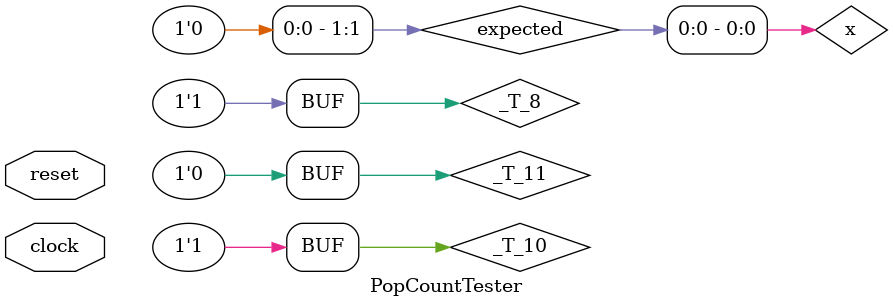
<source format=v>
module PopCountTester(
  input   clock,
  input   reset
);
  reg  x; // @[PopCount.scala 10:18]
  reg [31:0] _RAND_0;
  wire  _T_1; // @[PopCount.scala 11:10]
  reg  _T_4; // @[PopCount.scala 12:16]
  reg [31:0] _RAND_1;
  wire  _T_6; // @[PopCount.scala 12:41]
  wire [1:0] expected; // @[PopCount.scala 15:44]
  wire  _T_8; // @[PopCount.scala 16:17]
  wire  _T_10; // @[PopCount.scala 16:9]
  wire  _T_11; // @[PopCount.scala 16:9]
  assign _T_1 = x + 1'h1; // @[PopCount.scala 11:10]
  assign _T_6 = reset == 1'h0; // @[PopCount.scala 12:41]
  assign expected = {{1'd0}, x}; // @[PopCount.scala 15:44]
  assign _T_8 = expected == expected; // @[PopCount.scala 16:17]
  assign _T_10 = _T_8 | reset; // @[PopCount.scala 16:9]
  assign _T_11 = _T_10 == 1'h0; // @[PopCount.scala 16:9]
`ifdef RANDOMIZE_GARBAGE_ASSIGN
`define RANDOMIZE
`endif
`ifdef RANDOMIZE_INVALID_ASSIGN
`define RANDOMIZE
`endif
`ifdef RANDOMIZE_REG_INIT
`define RANDOMIZE
`endif
`ifdef RANDOMIZE_MEM_INIT
`define RANDOMIZE
`endif
`ifndef RANDOM
`define RANDOM $random
`endif
`ifdef RANDOMIZE_MEM_INIT
  integer initvar;
`endif
initial begin
  `ifdef RANDOMIZE
    `ifdef INIT_RANDOM
      `INIT_RANDOM
    `endif
    `ifndef VERILATOR
      `ifdef RANDOMIZE_DELAY
        #`RANDOMIZE_DELAY begin end
      `else
        #0.002 begin end
      `endif
    `endif
  `ifdef RANDOMIZE_REG_INIT
  _RAND_0 = {1{`RANDOM}};
  x = _RAND_0[0:0];
  `endif // RANDOMIZE_REG_INIT
  `ifdef RANDOMIZE_REG_INIT
  _RAND_1 = {1{`RANDOM}};
  _T_4 = _RAND_1[0:0];
  `endif // RANDOMIZE_REG_INIT
  `endif // RANDOMIZE
end
  always @(posedge clock) begin
    if (reset) begin
      x <= 1'h0;
    end else begin
      x <= _T_1;
    end
    _T_4 <= x;
    `ifndef SYNTHESIS
    `ifdef STOP_COND
      if (`STOP_COND) begin
    `endif
        if (_T_4 & _T_6) begin
          $finish; // @[PopCount.scala 12:41]
        end
    `ifdef STOP_COND
      end
    `endif
    `endif // SYNTHESIS
    `ifndef SYNTHESIS
    `ifdef PRINTF_COND
      if (`PRINTF_COND) begin
    `endif
        if (_T_11) begin
          $fwrite(32'h80000002,"Assertion failed\n    at PopCount.scala:16 assert(result === expected)\n"); // @[PopCount.scala 16:9]
        end
    `ifdef PRINTF_COND
      end
    `endif
    `endif // SYNTHESIS
    `ifndef SYNTHESIS
    `ifdef STOP_COND
      if (`STOP_COND) begin
    `endif
        if (_T_11) begin
          $fatal; // @[PopCount.scala 16:9]
        end
    `ifdef STOP_COND
      end
    `endif
    `endif // SYNTHESIS
  end
endmodule

</source>
